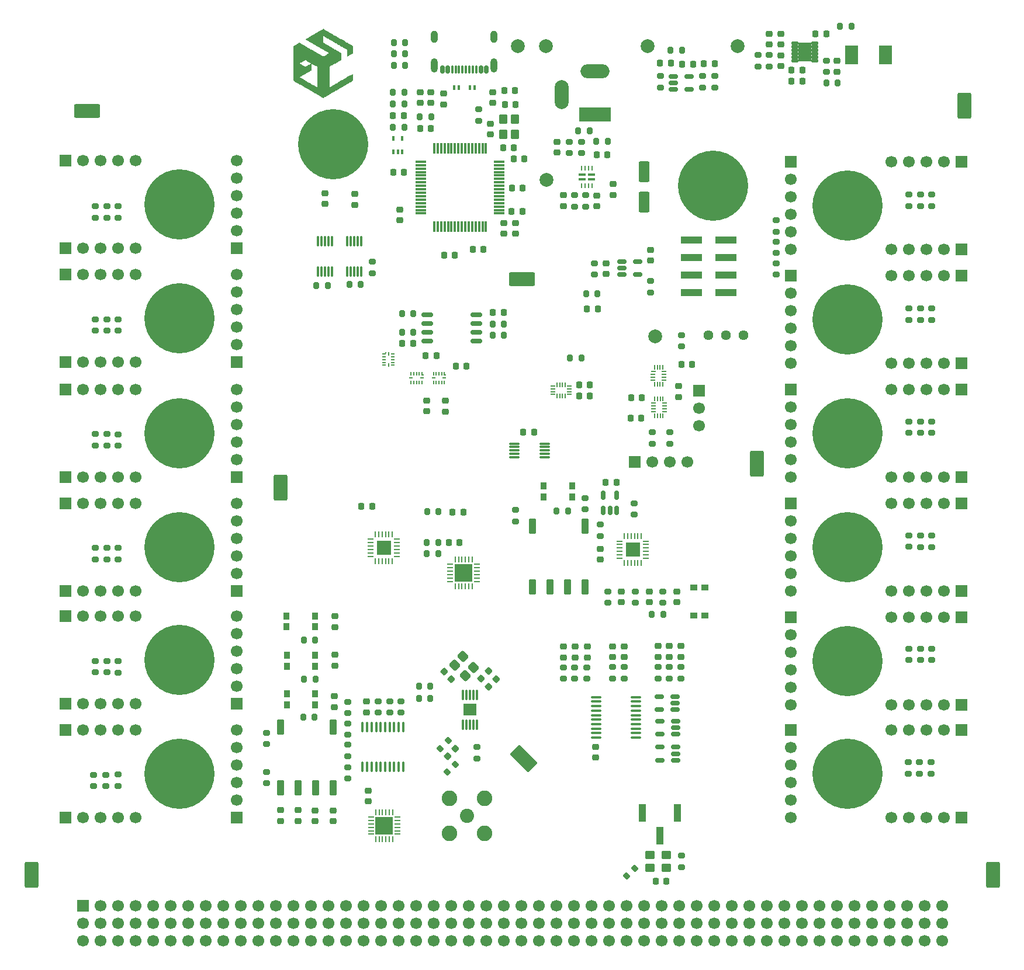
<source format=gbr>
%TF.GenerationSoftware,KiCad,Pcbnew,9.0.2*%
%TF.CreationDate,2025-10-14T11:48:54+02:00*%
%TF.ProjectId,main-board,6d61696e-2d62-46f6-9172-642e6b696361,rev?*%
%TF.SameCoordinates,Original*%
%TF.FileFunction,Soldermask,Top*%
%TF.FilePolarity,Negative*%
%FSLAX46Y46*%
G04 Gerber Fmt 4.6, Leading zero omitted, Abs format (unit mm)*
G04 Created by KiCad (PCBNEW 9.0.2) date 2025-10-14 11:48:54*
%MOMM*%
%LPD*%
G01*
G04 APERTURE LIST*
G04 Aperture macros list*
%AMRoundRect*
0 Rectangle with rounded corners*
0 $1 Rounding radius*
0 $2 $3 $4 $5 $6 $7 $8 $9 X,Y pos of 4 corners*
0 Add a 4 corners polygon primitive as box body*
4,1,4,$2,$3,$4,$5,$6,$7,$8,$9,$2,$3,0*
0 Add four circle primitives for the rounded corners*
1,1,$1+$1,$2,$3*
1,1,$1+$1,$4,$5*
1,1,$1+$1,$6,$7*
1,1,$1+$1,$8,$9*
0 Add four rect primitives between the rounded corners*
20,1,$1+$1,$2,$3,$4,$5,0*
20,1,$1+$1,$4,$5,$6,$7,0*
20,1,$1+$1,$6,$7,$8,$9,0*
20,1,$1+$1,$8,$9,$2,$3,0*%
G04 Aperture macros list end*
%ADD10C,0.000000*%
%ADD11RoundRect,0.218750X0.256250X-0.218750X0.256250X0.218750X-0.256250X0.218750X-0.256250X-0.218750X0*%
%ADD12RoundRect,0.200000X-0.275000X0.200000X-0.275000X-0.200000X0.275000X-0.200000X0.275000X0.200000X0*%
%ADD13RoundRect,0.200000X0.275000X-0.200000X0.275000X0.200000X-0.275000X0.200000X-0.275000X-0.200000X0*%
%ADD14R,1.700000X1.700000*%
%ADD15C,1.700000*%
%ADD16C,10.160000*%
%ADD17RoundRect,0.225000X0.225000X0.250000X-0.225000X0.250000X-0.225000X-0.250000X0.225000X-0.250000X0*%
%ADD18RoundRect,0.218750X-0.256250X0.218750X-0.256250X-0.218750X0.256250X-0.218750X0.256250X0.218750X0*%
%ADD19R,3.150000X1.000000*%
%ADD20RoundRect,0.200000X-0.200000X-0.275000X0.200000X-0.275000X0.200000X0.275000X-0.200000X0.275000X0*%
%ADD21RoundRect,0.250000X-0.750000X1.650000X-0.750000X-1.650000X0.750000X-1.650000X0.750000X1.650000X0*%
%ADD22RoundRect,0.225000X-0.225000X-0.250000X0.225000X-0.250000X0.225000X0.250000X-0.225000X0.250000X0*%
%ADD23RoundRect,0.225000X0.250000X-0.225000X0.250000X0.225000X-0.250000X0.225000X-0.250000X-0.225000X0*%
%ADD24R,0.200000X0.600000*%
%ADD25R,0.250000X0.150000*%
%ADD26R,0.600000X0.200000*%
%ADD27RoundRect,0.100000X0.637500X0.100000X-0.637500X0.100000X-0.637500X-0.100000X0.637500X-0.100000X0*%
%ADD28R,1.000000X2.510000*%
%ADD29RoundRect,0.050000X-0.050000X0.300000X-0.050000X-0.300000X0.050000X-0.300000X0.050000X0.300000X0*%
%ADD30RoundRect,0.050000X-0.050000X0.250000X-0.050000X-0.250000X0.050000X-0.250000X0.050000X0.250000X0*%
%ADD31RoundRect,0.050000X-0.250000X-0.050000X0.250000X-0.050000X0.250000X0.050000X-0.250000X0.050000X0*%
%ADD32RoundRect,0.050000X0.050000X-0.250000X0.050000X0.250000X-0.050000X0.250000X-0.050000X-0.250000X0*%
%ADD33RoundRect,0.050000X0.250000X0.050000X-0.250000X0.050000X-0.250000X-0.050000X0.250000X-0.050000X0*%
%ADD34RoundRect,0.150000X0.512500X0.150000X-0.512500X0.150000X-0.512500X-0.150000X0.512500X-0.150000X0*%
%ADD35RoundRect,0.200000X0.200000X0.275000X-0.200000X0.275000X-0.200000X-0.275000X0.200000X-0.275000X0*%
%ADD36RoundRect,0.050000X-0.300000X-0.050000X0.300000X-0.050000X0.300000X0.050000X-0.300000X0.050000X0*%
%ADD37RoundRect,0.100000X0.425000X0.100000X-0.425000X0.100000X-0.425000X-0.100000X0.425000X-0.100000X0*%
%ADD38RoundRect,0.050000X0.050000X0.250000X-0.050000X0.250000X-0.050000X-0.250000X0.050000X-0.250000X0*%
%ADD39RoundRect,0.225000X0.017678X-0.335876X0.335876X-0.017678X-0.017678X0.335876X-0.335876X0.017678X0*%
%ADD40RoundRect,0.218750X-0.218750X-0.256250X0.218750X-0.256250X0.218750X0.256250X-0.218750X0.256250X0*%
%ADD41RoundRect,0.050000X-0.150000X-0.300000X0.150000X-0.300000X0.150000X0.300000X-0.150000X0.300000X0*%
%ADD42RoundRect,0.225000X-0.250000X0.225000X-0.250000X-0.225000X0.250000X-0.225000X0.250000X0.225000X0*%
%ADD43R,1.000000X0.900000*%
%ADD44R,0.900000X1.000000*%
%ADD45RoundRect,0.150000X-0.512500X-0.150000X0.512500X-0.150000X0.512500X0.150000X-0.512500X0.150000X0*%
%ADD46RoundRect,0.059250X-0.462750X-0.177750X0.462750X-0.177750X0.462750X0.177750X-0.462750X0.177750X0*%
%ADD47RoundRect,0.102000X-0.850000X-1.250000X0.850000X-1.250000X0.850000X1.250000X-0.850000X1.250000X0*%
%ADD48RoundRect,0.150000X0.150000X-0.512500X0.150000X0.512500X-0.150000X0.512500X-0.150000X-0.512500X0*%
%ADD49RoundRect,0.218750X0.218750X0.256250X-0.218750X0.256250X-0.218750X-0.256250X0.218750X-0.256250X0*%
%ADD50RoundRect,0.250000X0.450000X0.350000X-0.450000X0.350000X-0.450000X-0.350000X0.450000X-0.350000X0*%
%ADD51C,2.000000*%
%ADD52R,0.150000X0.250000*%
%ADD53RoundRect,0.250000X-1.650000X-0.750000X1.650000X-0.750000X1.650000X0.750000X-1.650000X0.750000X0*%
%ADD54RoundRect,0.250000X0.750000X-1.650000X0.750000X1.650000X-0.750000X1.650000X-0.750000X-1.650000X0*%
%ADD55R,4.600000X2.000000*%
%ADD56O,4.200000X2.000000*%
%ADD57O,2.000000X4.200000*%
%ADD58C,2.050000*%
%ADD59C,2.250000*%
%ADD60RoundRect,0.100000X0.100000X-0.225000X0.100000X0.225000X-0.100000X0.225000X-0.100000X-0.225000X0*%
%ADD61RoundRect,0.162500X-0.650000X-0.162500X0.650000X-0.162500X0.650000X0.162500X-0.650000X0.162500X0*%
%ADD62RoundRect,0.075000X-0.075000X0.700000X-0.075000X-0.700000X0.075000X-0.700000X0.075000X0.700000X0*%
%ADD63RoundRect,0.075000X-0.700000X0.075000X-0.700000X-0.075000X0.700000X-0.075000X0.700000X0.075000X0*%
%ADD64RoundRect,0.075000X0.075000X-0.650000X0.075000X0.650000X-0.075000X0.650000X-0.075000X-0.650000X0*%
%ADD65RoundRect,0.200000X0.053033X-0.335876X0.335876X-0.053033X-0.053033X0.335876X-0.335876X0.053033X0*%
%ADD66RoundRect,0.225000X-0.017678X0.335876X-0.335876X0.017678X0.017678X-0.335876X0.335876X-0.017678X0*%
%ADD67RoundRect,0.100000X0.100000X-0.637500X0.100000X0.637500X-0.100000X0.637500X-0.100000X-0.637500X0*%
%ADD68RoundRect,0.275000X-0.275000X-0.825000X0.275000X-0.825000X0.275000X0.825000X-0.275000X0.825000X0*%
%ADD69RoundRect,0.200000X-0.053033X0.335876X-0.335876X0.053033X0.053033X-0.335876X0.335876X-0.053033X0*%
%ADD70RoundRect,0.075000X-0.075000X0.650000X-0.075000X-0.650000X0.075000X-0.650000X0.075000X0.650000X0*%
%ADD71R,1.880000X1.680000*%
%ADD72RoundRect,0.062500X-0.375000X-0.062500X0.375000X-0.062500X0.375000X0.062500X-0.375000X0.062500X0*%
%ADD73RoundRect,0.062500X-0.062500X-0.375000X0.062500X-0.375000X0.062500X0.375000X-0.062500X0.375000X0*%
%ADD74R,2.600000X2.600000*%
%ADD75RoundRect,0.250000X-0.350000X0.450000X-0.350000X-0.450000X0.350000X-0.450000X0.350000X0.450000X0*%
%ADD76R,2.100000X2.100000*%
%ADD77RoundRect,0.250000X-0.565685X0.070711X0.070711X-0.565685X0.565685X-0.070711X-0.070711X0.565685X0*%
%ADD78RoundRect,0.062500X0.062500X-0.375000X0.062500X0.375000X-0.062500X0.375000X-0.062500X-0.375000X0*%
%ADD79RoundRect,0.062500X0.375000X-0.062500X0.375000X0.062500X-0.375000X0.062500X-0.375000X-0.062500X0*%
%ADD80RoundRect,0.250000X-1.697056X0.636396X0.636396X-1.697056X1.697056X-0.636396X-0.636396X1.697056X0*%
%ADD81RoundRect,0.250000X-0.550000X1.250000X-0.550000X-1.250000X0.550000X-1.250000X0.550000X1.250000X0*%
%ADD82C,1.440000*%
%ADD83RoundRect,0.075000X-0.650000X-0.075000X0.650000X-0.075000X0.650000X0.075000X-0.650000X0.075000X0*%
%ADD84RoundRect,0.225000X0.335876X0.017678X0.017678X0.335876X-0.335876X-0.017678X-0.017678X-0.335876X0*%
%ADD85RoundRect,0.150000X0.150000X0.425000X-0.150000X0.425000X-0.150000X-0.425000X0.150000X-0.425000X0*%
%ADD86RoundRect,0.075000X0.075000X0.500000X-0.075000X0.500000X-0.075000X-0.500000X0.075000X-0.500000X0*%
%ADD87O,1.000000X2.100000*%
%ADD88O,1.000000X1.800000*%
%ADD89R,1.903000X2.790000*%
%ADD90RoundRect,0.050000X0.150000X0.300000X-0.150000X0.300000X-0.150000X-0.300000X0.150000X-0.300000X0*%
G04 APERTURE END LIST*
D10*
%TO.C,REF\u002A\u002A*%
G36*
X148413302Y-25613696D02*
G01*
X148509691Y-25669436D01*
X148618874Y-25732602D01*
X148727743Y-25795610D01*
X148823190Y-25850874D01*
X148827161Y-25853174D01*
X148915224Y-25904158D01*
X149009182Y-25958516D01*
X149098455Y-26010130D01*
X149172467Y-26052883D01*
X149179939Y-26057196D01*
X149262511Y-26104863D01*
X149355510Y-26158568D01*
X149443313Y-26209289D01*
X149473920Y-26226975D01*
X149615096Y-26308485D01*
X149731916Y-26375749D01*
X149827107Y-26430327D01*
X149903398Y-26473778D01*
X149963517Y-26507661D01*
X150009650Y-26533240D01*
X150047496Y-26554450D01*
X150107383Y-26588578D01*
X150184275Y-26632728D01*
X150273134Y-26684003D01*
X150368925Y-26739506D01*
X150425144Y-26772186D01*
X150597481Y-26872373D01*
X150775668Y-26975751D01*
X150953249Y-27078587D01*
X151123769Y-27177145D01*
X151280771Y-27267691D01*
X151417800Y-27346489D01*
X151429877Y-27353420D01*
X151506883Y-27397736D01*
X151596821Y-27449704D01*
X151685555Y-27501148D01*
X151727778Y-27525706D01*
X151794930Y-27564664D01*
X151880975Y-27614344D01*
X151977565Y-27669940D01*
X152076349Y-27726644D01*
X152143272Y-27764959D01*
X152229672Y-27814552D01*
X152311338Y-27861778D01*
X152382514Y-27903283D01*
X152437449Y-27935714D01*
X152468584Y-27954582D01*
X152535191Y-27996286D01*
X152535219Y-28499017D01*
X152535247Y-29001748D01*
X152437254Y-29056720D01*
X152394807Y-29080769D01*
X152330689Y-29117405D01*
X152250361Y-29163491D01*
X152159284Y-29215892D01*
X152062921Y-29271472D01*
X152021460Y-29295429D01*
X151930231Y-29347987D01*
X151847234Y-29395449D01*
X151776590Y-29435486D01*
X151722422Y-29465770D01*
X151688852Y-29483972D01*
X151680441Y-29488077D01*
X151673918Y-29487325D01*
X151668719Y-29477503D01*
X151664700Y-29455592D01*
X151661716Y-29418569D01*
X151659623Y-29363415D01*
X151658276Y-29287108D01*
X151657531Y-29186629D01*
X151657243Y-29058955D01*
X151657223Y-29002946D01*
X151657223Y-28508905D01*
X151512192Y-28422726D01*
X151444609Y-28382810D01*
X151379912Y-28345022D01*
X151327246Y-28314680D01*
X151304445Y-28301832D01*
X151274859Y-28285120D01*
X151222223Y-28255035D01*
X151150617Y-28213925D01*
X151064125Y-28164138D01*
X150966829Y-28108021D01*
X150862810Y-28047921D01*
X150841914Y-28035836D01*
X150730795Y-27971566D01*
X150619966Y-27907481D01*
X150514770Y-27846671D01*
X150420551Y-27792223D01*
X150342651Y-27747224D01*
X150286413Y-27714764D01*
X150285309Y-27714128D01*
X150201447Y-27665668D01*
X150107417Y-27611187D01*
X150018129Y-27559329D01*
X149979568Y-27536877D01*
X149897915Y-27489422D01*
X149806561Y-27436548D01*
X149720667Y-27387023D01*
X149689507Y-27369125D01*
X149612513Y-27324820D01*
X149522588Y-27272849D01*
X149433863Y-27221387D01*
X149391605Y-27196791D01*
X149349094Y-27172020D01*
X149307635Y-27147895D01*
X149264313Y-27122729D01*
X149216212Y-27094838D01*
X149160417Y-27062534D01*
X149094013Y-27024130D01*
X149014084Y-26977942D01*
X148917715Y-26922281D01*
X148801991Y-26855463D01*
X148663995Y-26775800D01*
X148556440Y-26713715D01*
X148466321Y-26661876D01*
X148385481Y-26615716D01*
X148317792Y-26577418D01*
X148267124Y-26549165D01*
X148237349Y-26533138D01*
X148231100Y-26530298D01*
X148229229Y-26545346D01*
X148227535Y-26587967D01*
X148226078Y-26654374D01*
X148224916Y-26740783D01*
X148224107Y-26843409D01*
X148223710Y-26958465D01*
X148223680Y-27012428D01*
X148223841Y-27494558D01*
X148376551Y-27582028D01*
X148425629Y-27610168D01*
X148480882Y-27641911D01*
X148545060Y-27678840D01*
X148620911Y-27722540D01*
X148711183Y-27774597D01*
X148818624Y-27836595D01*
X148945985Y-27910119D01*
X149096012Y-27996754D01*
X149203457Y-28058809D01*
X149292971Y-28110539D01*
X149403128Y-28174245D01*
X149527444Y-28246172D01*
X149659434Y-28322568D01*
X149792614Y-28399678D01*
X149920498Y-28473749D01*
X150036604Y-28541028D01*
X150105001Y-28580681D01*
X150171208Y-28619030D01*
X150232107Y-28654223D01*
X150279661Y-28681619D01*
X150300988Y-28693834D01*
X150333234Y-28712185D01*
X150385289Y-28741806D01*
X150449705Y-28778458D01*
X150512655Y-28814274D01*
X150584610Y-28855576D01*
X150653548Y-28895786D01*
X150710928Y-28929884D01*
X150744137Y-28950255D01*
X150810990Y-28992570D01*
X150806853Y-29495836D01*
X150802717Y-29999101D01*
X150598889Y-30116653D01*
X150506427Y-30169848D01*
X150403857Y-30228648D01*
X150303446Y-30286033D01*
X150217458Y-30334982D01*
X150214754Y-30336516D01*
X150126294Y-30386763D01*
X150027693Y-30442853D01*
X149932454Y-30497100D01*
X149869815Y-30532834D01*
X149801698Y-30571635D01*
X149740158Y-30606518D01*
X149692231Y-30633505D01*
X149665988Y-30648061D01*
X149640461Y-30662347D01*
X149592725Y-30689485D01*
X149527727Y-30726648D01*
X149450414Y-30771006D01*
X149365731Y-30819733D01*
X149360247Y-30822893D01*
X149093704Y-30976502D01*
X149089705Y-32469326D01*
X149089206Y-32682743D01*
X149088871Y-32887040D01*
X149088694Y-33080067D01*
X149088671Y-33259671D01*
X149088798Y-33423702D01*
X149089071Y-33570009D01*
X149089484Y-33696439D01*
X149090034Y-33800843D01*
X149090716Y-33881068D01*
X149091525Y-33934964D01*
X149092458Y-33960379D01*
X149092800Y-33962150D01*
X149108194Y-33954589D01*
X149147434Y-33933147D01*
X149207244Y-33899686D01*
X149284352Y-33856071D01*
X149375482Y-33804162D01*
X149477361Y-33745824D01*
X149586713Y-33682918D01*
X149700266Y-33617308D01*
X149767902Y-33578086D01*
X149829518Y-33542367D01*
X149911532Y-33494915D01*
X150007166Y-33439648D01*
X150109642Y-33380480D01*
X150212183Y-33321329D01*
X150238272Y-33306289D01*
X150341894Y-33246550D01*
X150464504Y-33175845D01*
X150597933Y-33098884D01*
X150734013Y-33020381D01*
X150864576Y-32945047D01*
X150943828Y-32899310D01*
X151189187Y-32757718D01*
X151408721Y-32631079D01*
X151603749Y-32518639D01*
X151775586Y-32419643D01*
X151925551Y-32333339D01*
X152054960Y-32258972D01*
X152165130Y-32195789D01*
X152257379Y-32143037D01*
X152333023Y-32099962D01*
X152393381Y-32065809D01*
X152439768Y-32039827D01*
X152473502Y-32021260D01*
X152495901Y-32009356D01*
X152508281Y-32003360D01*
X152511630Y-32002274D01*
X152513559Y-32017332D01*
X152515307Y-32060022D01*
X152516816Y-32126620D01*
X152518027Y-32213399D01*
X152518883Y-32316636D01*
X152519326Y-32432603D01*
X152519373Y-32500082D01*
X152519178Y-32997891D01*
X152241071Y-33161034D01*
X152144738Y-33217466D01*
X152046198Y-33275053D01*
X151952859Y-33329476D01*
X151872128Y-33376415D01*
X151814013Y-33410053D01*
X151741771Y-33451801D01*
X151669073Y-33493979D01*
X151606589Y-33530387D01*
X151578828Y-33546656D01*
X151521847Y-33580009D01*
X151445903Y-33624172D01*
X151349063Y-33680265D01*
X151229395Y-33749406D01*
X151084967Y-33832715D01*
X151041822Y-33857583D01*
X150962784Y-33903222D01*
X150871147Y-33956275D01*
X150781397Y-34008349D01*
X150740001Y-34032418D01*
X150679856Y-34067337D01*
X150600742Y-34113142D01*
X150508564Y-34166427D01*
X150409226Y-34223786D01*
X150308635Y-34281812D01*
X150212695Y-34337098D01*
X150127311Y-34386237D01*
X150058389Y-34425823D01*
X150018766Y-34448499D01*
X149989753Y-34465210D01*
X149939241Y-34494468D01*
X149872820Y-34533028D01*
X149796081Y-34577646D01*
X149736544Y-34612303D01*
X149654275Y-34660175D01*
X149576767Y-34705202D01*
X149510062Y-34743880D01*
X149460200Y-34772705D01*
X149438643Y-34785092D01*
X149328360Y-34848223D01*
X149223892Y-34908300D01*
X149130598Y-34962226D01*
X149053841Y-35006901D01*
X148998982Y-35039227D01*
X148998807Y-35039331D01*
X148939400Y-35074391D01*
X148877313Y-35110480D01*
X148849856Y-35126212D01*
X148759562Y-35177722D01*
X148664675Y-35232173D01*
X148572281Y-35285470D01*
X148489465Y-35333521D01*
X148423313Y-35372233D01*
X148398798Y-35386749D01*
X148341956Y-35419751D01*
X148285430Y-35451188D01*
X148255928Y-35466799D01*
X148196482Y-35497126D01*
X147774908Y-35253434D01*
X147670095Y-35192731D01*
X147573780Y-35136729D01*
X147489393Y-35087439D01*
X147420363Y-35046873D01*
X147370119Y-35017041D01*
X147342089Y-34999956D01*
X147337655Y-34996976D01*
X147320968Y-34986595D01*
X147280071Y-34962436D01*
X147217992Y-34926253D01*
X147137762Y-34879799D01*
X147042412Y-34824828D01*
X146934972Y-34763093D01*
X146818472Y-34696348D01*
X146788889Y-34679429D01*
X146650385Y-34600193D01*
X146502678Y-34515606D01*
X146352188Y-34429350D01*
X146205336Y-34345108D01*
X146068540Y-34266561D01*
X145948221Y-34197392D01*
X145879507Y-34157832D01*
X145771811Y-34095782D01*
X145664743Y-34034097D01*
X145563776Y-33975931D01*
X145474388Y-33924439D01*
X145402055Y-33882776D01*
X145358180Y-33857509D01*
X145275901Y-33810080D01*
X145182688Y-33756265D01*
X145094729Y-33705413D01*
X145068118Y-33690007D01*
X144931280Y-33610781D01*
X144814564Y-33543269D01*
X144710972Y-33483440D01*
X144613508Y-33427262D01*
X144515175Y-33370705D01*
X144408976Y-33309737D01*
X144287914Y-33240326D01*
X144234218Y-33209558D01*
X143864785Y-32997891D01*
X143864782Y-32490614D01*
X144774136Y-32490614D01*
X144786698Y-32502981D01*
X144819807Y-32525876D01*
X144866602Y-32554593D01*
X144872130Y-32557812D01*
X145188004Y-32740817D01*
X145477694Y-32908643D01*
X145742149Y-33061838D01*
X145982313Y-33200949D01*
X146199133Y-33326524D01*
X146393556Y-33439111D01*
X146566528Y-33539257D01*
X146718996Y-33627510D01*
X146851906Y-33704417D01*
X146966205Y-33770526D01*
X147062838Y-33826385D01*
X147142753Y-33872541D01*
X147206896Y-33909542D01*
X147256213Y-33937935D01*
X147291650Y-33958268D01*
X147314155Y-33971089D01*
X147324673Y-33976945D01*
X147325735Y-33977460D01*
X147326274Y-33962193D01*
X147326793Y-33917718D01*
X147327286Y-33846184D01*
X147327749Y-33749741D01*
X147328174Y-33630538D01*
X147328558Y-33490727D01*
X147328893Y-33332455D01*
X147329175Y-33157873D01*
X147329397Y-32969130D01*
X147329555Y-32768377D01*
X147329641Y-32557762D01*
X147329654Y-32483806D01*
X147329814Y-30989783D01*
X146910401Y-30751563D01*
X146490988Y-30513343D01*
X146483149Y-31005660D01*
X146480984Y-31126674D01*
X146478550Y-31237294D01*
X146475967Y-31333711D01*
X146473353Y-31412114D01*
X146470829Y-31468693D01*
X146468514Y-31499638D01*
X146467470Y-31504310D01*
X146448385Y-31516312D01*
X146404353Y-31542020D01*
X146337882Y-31579989D01*
X146263643Y-31621928D01*
X146224669Y-31644277D01*
X146168867Y-31676788D01*
X146106342Y-31713563D01*
X146085958Y-31725628D01*
X146031549Y-31757616D01*
X145988434Y-31782448D01*
X145962871Y-31796543D01*
X145958637Y-31798446D01*
X145944218Y-31805915D01*
X145907927Y-31826362D01*
X145854909Y-31856846D01*
X145790311Y-31894428D01*
X145775705Y-31902976D01*
X145565500Y-32025949D01*
X145381719Y-32133084D01*
X145223886Y-32224655D01*
X145091524Y-32300939D01*
X144984156Y-32362213D01*
X144934846Y-32390029D01*
X144872027Y-32426107D01*
X144820711Y-32457165D01*
X144786288Y-32479831D01*
X144774136Y-32490614D01*
X143864782Y-32490614D01*
X143864769Y-30495118D01*
X143864769Y-30492191D01*
X144764013Y-30492191D01*
X144778263Y-30501075D01*
X144815506Y-30523324D01*
X144871741Y-30556598D01*
X144942966Y-30598556D01*
X145025181Y-30646856D01*
X145114384Y-30699158D01*
X145206575Y-30753121D01*
X145297752Y-30806404D01*
X145383913Y-30856664D01*
X145461059Y-30901563D01*
X145525187Y-30938757D01*
X145572297Y-30965907D01*
X145598387Y-30980670D01*
X145602301Y-30982676D01*
X145617065Y-30975367D01*
X145652049Y-30955489D01*
X145700702Y-30926797D01*
X145719894Y-30915279D01*
X145767488Y-30887036D01*
X145836429Y-30846723D01*
X145920805Y-30797771D01*
X146014699Y-30743605D01*
X146112199Y-30687654D01*
X146142703Y-30670214D01*
X146231095Y-30619446D01*
X146309294Y-30574000D01*
X146373542Y-30536103D01*
X146420083Y-30507982D01*
X146445160Y-30491866D01*
X146448444Y-30488926D01*
X146434239Y-30480405D01*
X146396168Y-30458230D01*
X146337574Y-30424330D01*
X146261801Y-30380635D01*
X146172192Y-30329075D01*
X146072093Y-30271581D01*
X146028506Y-30246574D01*
X145613061Y-30008304D01*
X145534617Y-30048536D01*
X145491993Y-30070768D01*
X145448284Y-30094510D01*
X145397966Y-30122913D01*
X145335520Y-30159126D01*
X145255422Y-30206298D01*
X145189630Y-30245307D01*
X145118839Y-30286735D01*
X145034236Y-30335335D01*
X144949534Y-30383259D01*
X144912199Y-30404089D01*
X144851708Y-30438132D01*
X144803345Y-30466302D01*
X144772472Y-30485412D01*
X144764013Y-30492191D01*
X143864769Y-30492191D01*
X143864754Y-27992345D01*
X144025464Y-27898151D01*
X144091895Y-27859415D01*
X144177733Y-27809660D01*
X144275147Y-27753408D01*
X144376308Y-27695181D01*
X144464070Y-27644835D01*
X144741967Y-27485713D01*
X144848206Y-27546700D01*
X144888638Y-27569901D01*
X144951886Y-27606185D01*
X145033565Y-27653036D01*
X145129287Y-27707937D01*
X145234666Y-27768374D01*
X145345317Y-27831829D01*
X145385618Y-27854940D01*
X145503458Y-27922546D01*
X145623287Y-27991350D01*
X145739475Y-28058117D01*
X145846397Y-28119610D01*
X145938423Y-28172594D01*
X146009926Y-28213834D01*
X146020618Y-28220012D01*
X146188529Y-28317042D01*
X146330475Y-28399004D01*
X146447616Y-28466566D01*
X146541113Y-28520397D01*
X146612124Y-28561164D01*
X146661809Y-28589536D01*
X146686976Y-28603753D01*
X146723580Y-28624584D01*
X146778740Y-28656399D01*
X146843973Y-28694294D01*
X146890803Y-28721642D01*
X146972419Y-28769308D01*
X147063732Y-28822464D01*
X147149605Y-28872304D01*
X147180865Y-28890393D01*
X147259880Y-28936131D01*
X147350803Y-28988869D01*
X147438458Y-29039801D01*
X147470926Y-29058698D01*
X147601408Y-29134554D01*
X147711909Y-29198466D01*
X147809437Y-29254460D01*
X147900999Y-29306561D01*
X147980494Y-29351425D01*
X148044635Y-29387777D01*
X148102586Y-29421111D01*
X148146220Y-29446728D01*
X148162304Y-29456538D01*
X148180860Y-29466969D01*
X148198746Y-29470606D01*
X148221799Y-29465505D01*
X148255855Y-29449720D01*
X148306752Y-29421307D01*
X148358292Y-29391241D01*
X148496815Y-29310191D01*
X148640977Y-29226181D01*
X148799279Y-29134261D01*
X148893797Y-29079498D01*
X148949543Y-29045915D01*
X148993228Y-29017112D01*
X149018883Y-28997161D01*
X149023149Y-28991310D01*
X149010284Y-28979005D01*
X148975106Y-28954820D01*
X148922735Y-28922064D01*
X148858293Y-28884042D01*
X148846760Y-28877437D01*
X148759935Y-28827851D01*
X148663792Y-28772822D01*
X148571658Y-28719983D01*
X148513581Y-28686599D01*
X148442696Y-28645839D01*
X148374143Y-28606498D01*
X148316961Y-28573760D01*
X148287059Y-28556705D01*
X148231339Y-28524661D01*
X148168057Y-28487743D01*
X148138108Y-28470073D01*
X148082899Y-28437537D01*
X148028877Y-28406040D01*
X148004013Y-28391717D01*
X147874435Y-28317543D01*
X147768228Y-28256488D01*
X147687235Y-28209612D01*
X147677907Y-28204179D01*
X147618393Y-28169763D01*
X147555352Y-28133713D01*
X147533643Y-28121418D01*
X147476560Y-28089011D01*
X147417937Y-28055413D01*
X147400371Y-28045262D01*
X147323280Y-28000541D01*
X147245216Y-27955217D01*
X147173676Y-27913648D01*
X147116159Y-27880189D01*
X147086791Y-27863071D01*
X147054131Y-27844110D01*
X147002013Y-27813975D01*
X146938160Y-27777127D01*
X146882964Y-27745322D01*
X146808387Y-27702324D01*
X146732587Y-27658530D01*
X146666189Y-27620082D01*
X146632099Y-27600283D01*
X146572582Y-27565868D01*
X146513506Y-27532072D01*
X146475309Y-27510504D01*
X146420413Y-27479471D01*
X146347106Y-27437518D01*
X146264007Y-27389629D01*
X146179732Y-27340786D01*
X146102899Y-27295970D01*
X146042125Y-27260163D01*
X146035473Y-27256204D01*
X145976098Y-27221282D01*
X145914035Y-27185509D01*
X145886523Y-27169953D01*
X145788127Y-27114710D01*
X145714458Y-27072406D01*
X145662809Y-27040796D01*
X145630471Y-27017636D01*
X145614736Y-27000679D01*
X145612896Y-26987681D01*
X145622242Y-26976394D01*
X145639353Y-26965008D01*
X145676438Y-26942938D01*
X145732499Y-26910175D01*
X145803398Y-26869084D01*
X145884997Y-26822031D01*
X145973161Y-26771381D01*
X146063751Y-26719499D01*
X146152631Y-26668751D01*
X146235664Y-26621501D01*
X146308712Y-26580116D01*
X146367638Y-26546960D01*
X146408306Y-26524398D01*
X146426578Y-26514796D01*
X146427133Y-26514619D01*
X146443274Y-26507114D01*
X146479500Y-26487103D01*
X146529086Y-26458344D01*
X146549228Y-26446385D01*
X146587622Y-26423749D01*
X146649638Y-26387553D01*
X146731709Y-26339865D01*
X146830271Y-26282749D01*
X146941757Y-26218271D01*
X147062601Y-26148496D01*
X147189236Y-26075491D01*
X147243581Y-26044196D01*
X147372131Y-25970158D01*
X147496863Y-25898250D01*
X147614129Y-25830581D01*
X147720281Y-25769258D01*
X147811673Y-25716387D01*
X147884656Y-25674078D01*
X147935585Y-25644437D01*
X147949136Y-25636498D01*
X148013822Y-25598759D01*
X148076621Y-25562612D01*
X148126791Y-25534225D01*
X148138919Y-25527517D01*
X148203270Y-25492279D01*
X148413302Y-25613696D01*
G37*
%TD*%
D11*
%TO.C,D20*%
X149800000Y-123800000D03*
X149800000Y-122225000D03*
%TD*%
D12*
%TO.C,R14*%
X186110257Y-93485000D03*
X186110257Y-95135000D03*
%TD*%
D13*
%TO.C,R67*%
X213800000Y-58000000D03*
X213800000Y-56350000D03*
%TD*%
D14*
%TO.C,CG10*%
X240645000Y-94270000D03*
D15*
X238105000Y-94270000D03*
X235565000Y-94270000D03*
X233025000Y-94270000D03*
X230485000Y-94270000D03*
D14*
X240645000Y-106970000D03*
D15*
X238105000Y-106970000D03*
X235565000Y-106970000D03*
X233025000Y-106970000D03*
X230485000Y-106970000D03*
D14*
X215880000Y-94270000D03*
D15*
X215880000Y-96810000D03*
X215880000Y-99350000D03*
X215880000Y-101890000D03*
X215880000Y-104430000D03*
X215880000Y-106970000D03*
D16*
X224135000Y-100620000D03*
%TD*%
D17*
%TO.C,C35*%
X190650000Y-91200000D03*
X189100000Y-91200000D03*
%TD*%
D18*
%TO.C,D4*%
X190100000Y-115013750D03*
X190100000Y-116588750D03*
%TD*%
D19*
%TO.C,J9*%
X206550000Y-63700000D03*
X201500000Y-63700000D03*
X206550000Y-61160000D03*
X201500000Y-61160000D03*
X206550000Y-58620000D03*
X201500000Y-58620000D03*
X206550000Y-56080000D03*
X201500000Y-56080000D03*
%TD*%
D20*
%TO.C,R66*%
X186250000Y-63900000D03*
X187900000Y-63900000D03*
%TD*%
D21*
%TO.C,TP9*%
X105900000Y-148100000D03*
%TD*%
D22*
%TO.C,C53*%
X159650000Y-71100000D03*
X161200000Y-71100000D03*
%TD*%
D23*
%TO.C,C29*%
X222650000Y-31700000D03*
X222650000Y-30150000D03*
%TD*%
D24*
%TO.C,U26*%
X162500000Y-75450000D03*
D25*
X162675000Y-75675000D03*
D24*
X162100000Y-75450000D03*
X161700000Y-75450000D03*
X161300000Y-75450000D03*
X160900000Y-75450000D03*
D26*
X160900000Y-76100000D03*
D24*
X160900000Y-76750000D03*
X161300000Y-76750000D03*
X161700000Y-76750000D03*
X162100000Y-76750000D03*
X162500000Y-76750000D03*
D26*
X162500000Y-76100000D03*
%TD*%
D27*
%TO.C,U17*%
X193487501Y-128230000D03*
X193487501Y-127580000D03*
X193487501Y-126930000D03*
X193487501Y-126280000D03*
X193487501Y-125630000D03*
X193487501Y-124980000D03*
X193487501Y-124330000D03*
X193487501Y-123680000D03*
X193487501Y-123030000D03*
X193487501Y-122380000D03*
X187762501Y-122380000D03*
X187762501Y-123030000D03*
X187762501Y-123680000D03*
X187762501Y-124330000D03*
X187762501Y-124980000D03*
X187762501Y-125630000D03*
X187762501Y-126280000D03*
X187762501Y-126930000D03*
X187762501Y-127580000D03*
X187762501Y-128230000D03*
%TD*%
D28*
%TO.C,J6*%
X194385000Y-139140000D03*
X196925000Y-142450000D03*
X199465000Y-139140000D03*
%TD*%
D14*
%TO.C,CG4*%
X110855000Y-90460000D03*
D15*
X113395000Y-90460000D03*
X115935000Y-90460000D03*
X118475000Y-90460000D03*
X121015000Y-90460000D03*
D14*
X110855000Y-77760000D03*
D15*
X113395000Y-77760000D03*
X115935000Y-77760000D03*
X118475000Y-77760000D03*
X121015000Y-77760000D03*
D14*
X135620000Y-90460000D03*
D15*
X135620000Y-87920000D03*
X135620000Y-85380000D03*
X135620000Y-82840000D03*
X135620000Y-80300000D03*
X135620000Y-77760000D03*
D16*
X127365000Y-84110000D03*
%TD*%
D29*
%TO.C,IC10*%
X183250257Y-77135397D03*
D30*
X182850257Y-77085397D03*
X182450257Y-77085397D03*
X182050257Y-77085398D03*
D31*
X181450257Y-77285397D03*
X181450257Y-77685398D03*
X181450257Y-78085396D03*
X181450257Y-78485397D03*
D32*
X182050257Y-78685396D03*
X182450257Y-78685397D03*
X182850257Y-78685397D03*
X183250257Y-78685396D03*
D33*
X183850257Y-78485397D03*
X183850257Y-78085396D03*
X183850257Y-77685398D03*
X183850257Y-77285397D03*
%TD*%
D34*
%TO.C,U20*%
X199252501Y-127745000D03*
X199252501Y-126795000D03*
X199252501Y-125845000D03*
X196977501Y-125845000D03*
X196977501Y-127745000D03*
%TD*%
D12*
%TO.C,R28*%
X197400000Y-107050000D03*
X197400000Y-108700000D03*
%TD*%
D11*
%TO.C,D19*%
X149850000Y-117825000D03*
X149850000Y-116250000D03*
%TD*%
D12*
%TO.C,R74*%
X176006000Y-95223000D03*
X176006000Y-96873000D03*
%TD*%
%TO.C,R114*%
X151725000Y-126175000D03*
X151725000Y-127825000D03*
%TD*%
%TO.C,R80*%
X115173000Y-51218000D03*
X115173000Y-52868000D03*
%TD*%
D22*
%TO.C,C49*%
X163025000Y-72850000D03*
X164575000Y-72850000D03*
%TD*%
D11*
%TO.C,D21*%
X149850000Y-112200000D03*
X149850000Y-110625000D03*
%TD*%
D35*
%TO.C,R49*%
X222700000Y-33300000D03*
X221050000Y-33300000D03*
%TD*%
D14*
%TO.C,CG5*%
X110855000Y-73825000D03*
D15*
X113395000Y-73825000D03*
X115935000Y-73825000D03*
X118475000Y-73825000D03*
X121015000Y-73825000D03*
D14*
X110855000Y-61125000D03*
D15*
X113395000Y-61125000D03*
X115935000Y-61125000D03*
X118475000Y-61125000D03*
X121015000Y-61125000D03*
D14*
X135620000Y-73825000D03*
D15*
X135620000Y-71285000D03*
X135620000Y-68745000D03*
X135620000Y-66205000D03*
X135620000Y-63665000D03*
X135620000Y-61125000D03*
D16*
X127365000Y-67475000D03*
%TD*%
D13*
%TO.C,R45*%
X197060257Y-33965000D03*
X197060257Y-32315000D03*
%TD*%
D18*
%TO.C,D6*%
X196660000Y-114980000D03*
X196660000Y-116555000D03*
%TD*%
D36*
%TO.C,IC2*%
X196028750Y-75190000D03*
D31*
X195978750Y-75590000D03*
X195978750Y-75990000D03*
X195978750Y-76390000D03*
D32*
X196178750Y-76990000D03*
X196578750Y-76990000D03*
X196978750Y-76990000D03*
X197378750Y-76990000D03*
D33*
X197578750Y-76390000D03*
X197578750Y-75990000D03*
X197578750Y-75590000D03*
X197578750Y-75190000D03*
D30*
X197378750Y-74590000D03*
X196978750Y-74590000D03*
X196578750Y-74590000D03*
X196178750Y-74590000D03*
%TD*%
D37*
%TO.C,IC13*%
X187075257Y-47320000D03*
X187075257Y-46620000D03*
D38*
X187150257Y-45670000D03*
X186650257Y-45670000D03*
X186150257Y-45670000D03*
X185650257Y-45670000D03*
D37*
X185725257Y-46620000D03*
X185725257Y-47320000D03*
D38*
X185650257Y-48270000D03*
X186150257Y-48270000D03*
X186650257Y-48270000D03*
X187150257Y-48270000D03*
%TD*%
D13*
%TO.C,R104*%
X234553000Y-133449000D03*
X234553000Y-131799000D03*
%TD*%
D12*
%TO.C,R89*%
X114919000Y-133640000D03*
X114919000Y-135290000D03*
%TD*%
D39*
%TO.C,C25*%
X171012992Y-119710008D03*
X172109008Y-118613992D03*
%TD*%
D20*
%TO.C,R55*%
X223050000Y-25150000D03*
X224700000Y-25150000D03*
%TD*%
D12*
%TO.C,R34*%
X118500000Y-100750000D03*
X118500000Y-102400000D03*
%TD*%
D40*
%TO.C,D17*%
X186412500Y-66100000D03*
X187987500Y-66100000D03*
%TD*%
D23*
%TO.C,C44*%
X195600000Y-59100000D03*
X195600000Y-57550000D03*
%TD*%
D41*
%TO.C,D14*%
X169400000Y-34000000D03*
X170100000Y-34000000D03*
%TD*%
D14*
%TO.C,CG6*%
X110855000Y-57315000D03*
D15*
X113395000Y-57315000D03*
X115935000Y-57315000D03*
X118475000Y-57315000D03*
X121015000Y-57315000D03*
D14*
X110855000Y-44615000D03*
D15*
X113395000Y-44615000D03*
X115935000Y-44615000D03*
X118475000Y-44615000D03*
X121015000Y-44615000D03*
D14*
X135620000Y-57315000D03*
D15*
X135620000Y-54775000D03*
X135620000Y-52235000D03*
X135620000Y-49695000D03*
X135620000Y-47155000D03*
X135620000Y-44615000D03*
D16*
X127365000Y-50965000D03*
%TD*%
D13*
%TO.C,R22*%
X196670000Y-119645000D03*
X196670000Y-117995000D03*
%TD*%
D20*
%TO.C,R83*%
X162037000Y-122591000D03*
X163687000Y-122591000D03*
%TD*%
D13*
%TO.C,R41*%
X233029000Y-67663000D03*
X233029000Y-66013000D03*
%TD*%
%TO.C,R102*%
X234680000Y-117002000D03*
X234680000Y-115352000D03*
%TD*%
D42*
%TO.C,C33*%
X154475000Y-123025000D03*
X154475000Y-124575000D03*
%TD*%
D13*
%TO.C,R117*%
X139975000Y-129175000D03*
X139975000Y-127525000D03*
%TD*%
D43*
%TO.C,SW1*%
X201900000Y-110550000D03*
X201900000Y-106450000D03*
X203500000Y-110550000D03*
X203500000Y-106450000D03*
%TD*%
D22*
%TO.C,C39*%
X216025000Y-31450000D03*
X217575000Y-31450000D03*
%TD*%
D14*
%TO.C,CG11*%
X240645000Y-110780000D03*
D15*
X238105000Y-110780000D03*
X235565000Y-110780000D03*
X233025000Y-110780000D03*
X230485000Y-110780000D03*
D14*
X240645000Y-123480000D03*
D15*
X238105000Y-123480000D03*
X235565000Y-123480000D03*
X233025000Y-123480000D03*
X230485000Y-123480000D03*
D14*
X215880000Y-110780000D03*
D15*
X215880000Y-113320000D03*
X215880000Y-115860000D03*
X215880000Y-118400000D03*
X215880000Y-120940000D03*
X215880000Y-123480000D03*
D16*
X224135000Y-117130000D03*
%TD*%
D13*
%TO.C,R23*%
X198310000Y-119655000D03*
X198310000Y-118005000D03*
%TD*%
D12*
%TO.C,R88*%
X116824000Y-84237000D03*
X116824000Y-85887000D03*
%TD*%
D14*
%TO.C,CG7*%
X240645000Y-44740000D03*
D15*
X238105000Y-44740000D03*
X235565000Y-44740000D03*
X233025000Y-44740000D03*
X230485000Y-44740000D03*
D14*
X240645000Y-57440000D03*
D15*
X238105000Y-57440000D03*
X235565000Y-57440000D03*
X233025000Y-57440000D03*
X230485000Y-57440000D03*
D14*
X215880000Y-44740000D03*
D15*
X215880000Y-47280000D03*
X215880000Y-49820000D03*
X215880000Y-52360000D03*
X215880000Y-54900000D03*
X215880000Y-57440000D03*
D16*
X224135000Y-51090000D03*
%TD*%
D13*
%TO.C,R106*%
X234680000Y-84046000D03*
X234680000Y-82396000D03*
%TD*%
D42*
%TO.C,C13*%
X159270000Y-51665000D03*
X159270000Y-53215000D03*
%TD*%
D44*
%TO.C,SW4*%
X147000000Y-123510000D03*
X142900000Y-123510000D03*
X147000000Y-121910000D03*
X142900000Y-121910000D03*
%TD*%
D12*
%TO.C,R85*%
X115173000Y-67601000D03*
X115173000Y-69251000D03*
%TD*%
D35*
%TO.C,R11*%
X147085257Y-119730000D03*
X145435257Y-119730000D03*
%TD*%
D45*
%TO.C,U5*%
X191425000Y-59200000D03*
X191425000Y-60150000D03*
X191425000Y-61100000D03*
X193700000Y-61100000D03*
X193700000Y-59200000D03*
%TD*%
D46*
%TO.C,U4*%
X216480000Y-27610000D03*
X216480000Y-28110000D03*
X216480000Y-28610000D03*
X216480000Y-29110000D03*
X216480000Y-29610000D03*
X216480000Y-30110000D03*
X219370000Y-30110000D03*
X219370000Y-29610000D03*
X219370000Y-29110000D03*
X219370000Y-28610000D03*
X219370000Y-28110000D03*
X219370000Y-27610000D03*
D47*
X217925000Y-28860000D03*
%TD*%
D18*
%TO.C,D10*%
X199400000Y-107050000D03*
X199400000Y-108625000D03*
%TD*%
D12*
%TO.C,R69*%
X200100000Y-69875000D03*
X200100000Y-71525000D03*
%TD*%
D22*
%TO.C,C34*%
X185230257Y-77135397D03*
X186780257Y-77135397D03*
%TD*%
D48*
%TO.C,U12*%
X188775000Y-95342500D03*
X189725000Y-95342500D03*
X190675000Y-95342500D03*
X190675000Y-93067500D03*
X188775000Y-93067500D03*
%TD*%
D49*
%TO.C,D11*%
X159875000Y-38100000D03*
X158300000Y-38100000D03*
%TD*%
D20*
%TO.C,R7*%
X172725000Y-69900000D03*
X174375000Y-69900000D03*
%TD*%
D22*
%TO.C,C51*%
X167400000Y-74400000D03*
X168950000Y-74400000D03*
%TD*%
D44*
%TO.C,SW6*%
X147010257Y-117880000D03*
X142910257Y-117880000D03*
X147010257Y-116280000D03*
X142910257Y-116280000D03*
%TD*%
D18*
%TO.C,D2*%
X184695001Y-115049939D03*
X184695001Y-116624939D03*
%TD*%
D50*
%TO.C,X1*%
X197900000Y-145250000D03*
X195500000Y-145250000D03*
X195500000Y-147150000D03*
X197900000Y-147150000D03*
%TD*%
D51*
%TO.C,TP5*%
X180475000Y-28000000D03*
%TD*%
D13*
%TO.C,R105*%
X236331000Y-84046000D03*
X236331000Y-82396000D03*
%TD*%
D22*
%TO.C,C3*%
X174250000Y-42700000D03*
X175800000Y-42700000D03*
%TD*%
D13*
%TO.C,R21*%
X191790000Y-119682500D03*
X191790000Y-118032500D03*
%TD*%
D22*
%TO.C,C37*%
X200050000Y-74125000D03*
X201600000Y-74125000D03*
%TD*%
D20*
%TO.C,R24*%
X151994743Y-62577041D03*
X153644743Y-62577041D03*
%TD*%
D42*
%TO.C,C46*%
X188300000Y-100850000D03*
X188300000Y-102400000D03*
%TD*%
D22*
%TO.C,C7*%
X174440256Y-34449493D03*
X175990256Y-34449493D03*
%TD*%
D35*
%TO.C,R30*%
X197425000Y-110400000D03*
X195775000Y-110400000D03*
%TD*%
D26*
%TO.C,U24*%
X157000000Y-72650000D03*
D52*
X157225000Y-72475000D03*
D26*
X157000000Y-73050000D03*
X157000000Y-73450000D03*
X157000000Y-73850000D03*
X157000000Y-74250000D03*
D24*
X157650000Y-74250000D03*
D26*
X158300000Y-74250000D03*
X158300000Y-73850000D03*
X158300000Y-73450000D03*
X158300000Y-73050000D03*
X158300000Y-72650000D03*
D24*
X157650000Y-72650000D03*
%TD*%
D13*
%TO.C,R71*%
X170425000Y-131275000D03*
X170425000Y-129625000D03*
%TD*%
D18*
%TO.C,L2*%
X165600000Y-34875000D03*
X165600000Y-36450000D03*
%TD*%
D53*
%TO.C,TP7*%
X114000000Y-37400000D03*
%TD*%
D12*
%TO.C,R29*%
X193400000Y-107050000D03*
X193400000Y-108700000D03*
%TD*%
D40*
%TO.C,D16*%
X219512500Y-26200000D03*
X221087500Y-26200000D03*
%TD*%
D22*
%TO.C,C18*%
X177171699Y-83966462D03*
X178721699Y-83966462D03*
%TD*%
D42*
%TO.C,C60*%
X190220257Y-48000000D03*
X190220257Y-49550000D03*
%TD*%
D54*
%TO.C,TP10*%
X245200000Y-148100000D03*
%TD*%
D35*
%TO.C,R16*%
X147015257Y-114100000D03*
X145365257Y-114100000D03*
%TD*%
D55*
%TO.C,J47*%
X187560000Y-37940000D03*
D56*
X187560000Y-31640000D03*
D57*
X182760000Y-35040000D03*
%TD*%
D17*
%TO.C,C11*%
X159885000Y-46310000D03*
X158335000Y-46310000D03*
%TD*%
D13*
%TO.C,R1*%
X200100000Y-147025000D03*
X200100000Y-145375000D03*
%TD*%
%TO.C,R110*%
X234680000Y-51153000D03*
X234680000Y-49503000D03*
%TD*%
D58*
%TO.C,J7*%
X169010000Y-139585001D03*
D59*
X166470000Y-137045002D03*
X166470001Y-142125001D03*
X171549999Y-137045001D03*
X171550000Y-142125000D03*
%TD*%
D22*
%TO.C,C36*%
X185235257Y-78695397D03*
X186785257Y-78695397D03*
%TD*%
D60*
%TO.C,U9*%
X158350000Y-43300001D03*
X159000000Y-43300000D03*
X159650000Y-43300001D03*
X159650000Y-41400001D03*
X158350000Y-41400001D03*
%TD*%
D61*
%TO.C,U2*%
X163227757Y-66910397D03*
X163227757Y-68180397D03*
X163227757Y-69450397D03*
X163227757Y-70720397D03*
X170402757Y-70720397D03*
X170402757Y-69450397D03*
X170402757Y-68180397D03*
X170402757Y-66910397D03*
%TD*%
D35*
%TO.C,R59*%
X189385257Y-41810000D03*
X187735257Y-41810000D03*
%TD*%
D12*
%TO.C,R98*%
X198358000Y-83984000D03*
X198358000Y-85634000D03*
%TD*%
D53*
%TO.C,TP11*%
X177000000Y-61800000D03*
%TD*%
D35*
%TO.C,R44*%
X160050000Y-30750000D03*
X158400000Y-30750000D03*
%TD*%
D23*
%TO.C,C42*%
X214450000Y-27750000D03*
X214450000Y-26200000D03*
%TD*%
D13*
%TO.C,R99*%
X236331000Y-100619000D03*
X236331000Y-98969000D03*
%TD*%
%TO.C,R38*%
X233000000Y-117000000D03*
X233000000Y-115350000D03*
%TD*%
D35*
%TO.C,R8*%
X161250000Y-69500000D03*
X159600000Y-69500000D03*
%TD*%
%TO.C,R25*%
X185594000Y-73200000D03*
X183944000Y-73200000D03*
%TD*%
D62*
%TO.C,U1*%
X171765257Y-42817500D03*
X171265257Y-42817500D03*
X170765257Y-42817500D03*
X170265257Y-42817500D03*
X169765257Y-42817500D03*
X169265257Y-42817500D03*
X168765257Y-42817500D03*
X168265257Y-42817500D03*
X167765257Y-42817500D03*
X167265257Y-42817500D03*
X166765257Y-42817500D03*
X166265257Y-42817500D03*
X165765257Y-42817500D03*
X165265257Y-42817500D03*
X164765257Y-42817500D03*
X164265257Y-42817500D03*
D63*
X162340257Y-44742500D03*
X162340257Y-45242500D03*
X162340257Y-45742500D03*
X162340257Y-46242500D03*
X162340257Y-46742500D03*
X162340257Y-47242500D03*
X162340257Y-47742500D03*
X162340257Y-48242500D03*
X162340257Y-48742500D03*
X162340257Y-49242500D03*
X162340257Y-49742500D03*
X162340257Y-50242500D03*
X162340257Y-50742500D03*
X162340257Y-51242500D03*
X162340257Y-51742500D03*
X162340257Y-52242500D03*
D62*
X164265257Y-54167500D03*
X164765257Y-54167500D03*
X165265257Y-54167500D03*
X165765257Y-54167500D03*
X166265257Y-54167500D03*
X166765257Y-54167500D03*
X167265257Y-54167500D03*
X167765257Y-54167500D03*
X168265257Y-54167500D03*
X168765257Y-54167500D03*
X169265257Y-54167500D03*
X169765257Y-54167500D03*
X170265257Y-54167500D03*
X170765257Y-54167500D03*
X171265257Y-54167500D03*
X171765257Y-54167500D03*
D63*
X173690257Y-52242500D03*
X173690257Y-51742500D03*
X173690257Y-51242500D03*
X173690257Y-50742500D03*
X173690257Y-50242500D03*
X173690257Y-49742500D03*
X173690257Y-49242500D03*
X173690257Y-48742500D03*
X173690257Y-48242500D03*
X173690257Y-47742500D03*
X173690257Y-47242500D03*
X173690257Y-46742500D03*
X173690257Y-46242500D03*
X173690257Y-45742500D03*
X173690257Y-45242500D03*
X173690257Y-44742500D03*
%TD*%
D22*
%TO.C,C8*%
X174490256Y-36499493D03*
X176040256Y-36499493D03*
%TD*%
D64*
%TO.C,U28*%
X147440000Y-60693302D03*
X147940000Y-60693302D03*
X148440000Y-60693302D03*
X148940000Y-60693302D03*
X149440000Y-60693302D03*
X149440000Y-56293302D03*
X148940000Y-56293302D03*
X148440000Y-56293302D03*
X147940000Y-56293302D03*
X147440000Y-56293302D03*
%TD*%
D65*
%TO.C,R4*%
X165133274Y-129866726D03*
X166300000Y-128700000D03*
%TD*%
D35*
%TO.C,R6*%
X161266699Y-66746462D03*
X159616699Y-66746462D03*
%TD*%
D14*
%TO.C,U23*%
X113376000Y-152657455D03*
D15*
X115916000Y-152657455D03*
X118456000Y-152657455D03*
X120996000Y-152657455D03*
X123536000Y-152657455D03*
X126076000Y-152657455D03*
X128616000Y-152657455D03*
X131156000Y-152657455D03*
X133696000Y-152657455D03*
X136236000Y-152657455D03*
X138776000Y-152657455D03*
X141316000Y-152657455D03*
X143856000Y-152657455D03*
X146396000Y-152657455D03*
X148936000Y-152657455D03*
X151476000Y-152657455D03*
X154016000Y-152657455D03*
X156556000Y-152657455D03*
X159096000Y-152657455D03*
X161636000Y-152657455D03*
X164176000Y-152657455D03*
X166716000Y-152657455D03*
X169256000Y-152657455D03*
X171796000Y-152657455D03*
X174336000Y-152657455D03*
X176876000Y-152657455D03*
X179416000Y-152657455D03*
X181956000Y-152657455D03*
X184496000Y-152657455D03*
X187036000Y-152657455D03*
X189576000Y-152657455D03*
X192116000Y-152657455D03*
X194656000Y-152657455D03*
X197196000Y-152657455D03*
X199736000Y-152657455D03*
X202276000Y-152657455D03*
X204816000Y-152657455D03*
X207356000Y-152657455D03*
X209896000Y-152657455D03*
X212436000Y-152657455D03*
X214976000Y-152657455D03*
X217516000Y-152657455D03*
X220056000Y-152657455D03*
X222596000Y-152657455D03*
X225136000Y-152657455D03*
X227676000Y-152657455D03*
X230216000Y-152657455D03*
X232756000Y-152657455D03*
X235296000Y-152657455D03*
X237836000Y-152657455D03*
X113376000Y-155197455D03*
X115916000Y-155197455D03*
X118456000Y-155197455D03*
X120996000Y-155197455D03*
X123536000Y-155197455D03*
X126076000Y-155197455D03*
X128616000Y-155197455D03*
X131156000Y-155197455D03*
X133696000Y-155197455D03*
X136236000Y-155197455D03*
X138776000Y-155197455D03*
X141316000Y-155197455D03*
X143856000Y-155197455D03*
X146396000Y-155197455D03*
X148936000Y-155197455D03*
X151476000Y-155197455D03*
X154016000Y-155197455D03*
X156556000Y-155197455D03*
X159096000Y-155197455D03*
X161636000Y-155197455D03*
X164176000Y-155197455D03*
X166716000Y-155197455D03*
X169256000Y-155197455D03*
X171796000Y-155197455D03*
X174336000Y-155197455D03*
X176876000Y-155197455D03*
X179416000Y-155197455D03*
X181956000Y-155197455D03*
X184496000Y-155197455D03*
X187036000Y-155197455D03*
X189576000Y-155197455D03*
X192116000Y-155197455D03*
X194656000Y-155197455D03*
X197196000Y-155197455D03*
X199736000Y-155197455D03*
X202276000Y-155197455D03*
X204816000Y-155197455D03*
X207356000Y-155197455D03*
X209896000Y-155197455D03*
X212436000Y-155197455D03*
X214976000Y-155197455D03*
X217516000Y-155197455D03*
X220056000Y-155197455D03*
X222596000Y-155197455D03*
X225136000Y-155197455D03*
X227676000Y-155197455D03*
X230216000Y-155197455D03*
X232756000Y-155197455D03*
X235296000Y-155197455D03*
X237836000Y-155197455D03*
X113376000Y-157737455D03*
X115916000Y-157737455D03*
X118456000Y-157737455D03*
X120996000Y-157737455D03*
X123536000Y-157737455D03*
X126076000Y-157737455D03*
X128616000Y-157737455D03*
X131156000Y-157737455D03*
X133696000Y-157737455D03*
X136236000Y-157737455D03*
X138776000Y-157737455D03*
X141316000Y-157737455D03*
X143856000Y-157737455D03*
X146396000Y-157737455D03*
X148936000Y-157737455D03*
X151476000Y-157737455D03*
X154016000Y-157737455D03*
X156556000Y-157737455D03*
X159096000Y-157737455D03*
X161636000Y-157737455D03*
X164176000Y-157737455D03*
X166716000Y-157737455D03*
X169256000Y-157737455D03*
X171796000Y-157737455D03*
X174336000Y-157737455D03*
X176876000Y-157737455D03*
X179416000Y-157737455D03*
X181956000Y-157737455D03*
X184496000Y-157737455D03*
X187036000Y-157737455D03*
X189576000Y-157737455D03*
X192116000Y-157737455D03*
X194656000Y-157737455D03*
X197196000Y-157737455D03*
X199736000Y-157737455D03*
X202276000Y-157737455D03*
X204816000Y-157737455D03*
X207356000Y-157737455D03*
X209896000Y-157737455D03*
X212436000Y-157737455D03*
X214976000Y-157737455D03*
X217516000Y-157737455D03*
X220056000Y-157737455D03*
X222596000Y-157737455D03*
X225136000Y-157737455D03*
X227676000Y-157737455D03*
X230216000Y-157737455D03*
X232756000Y-157737455D03*
X235296000Y-157737455D03*
X237836000Y-157737455D03*
%TD*%
D13*
%TO.C,R19*%
X186385001Y-119719939D03*
X186385001Y-118069939D03*
%TD*%
D66*
%TO.C,C26*%
X173252008Y-119756992D03*
X172155992Y-120853008D03*
%TD*%
D13*
%TO.C,R40*%
X233029000Y-84046000D03*
X233029000Y-82396000D03*
%TD*%
D12*
%TO.C,R86*%
X116824000Y-67600000D03*
X116824000Y-69250000D03*
%TD*%
D35*
%TO.C,R12*%
X164840000Y-101610000D03*
X163190000Y-101610000D03*
%TD*%
D67*
%TO.C,U11*%
X153900000Y-132462500D03*
X154550000Y-132462500D03*
X155200000Y-132462500D03*
X155850000Y-132462500D03*
X156500000Y-132462500D03*
X157150000Y-132462500D03*
X157800000Y-132462500D03*
X158450000Y-132462500D03*
X159100000Y-132462500D03*
X159750000Y-132462500D03*
X159750000Y-126737500D03*
X159100000Y-126737500D03*
X158450000Y-126737500D03*
X157800000Y-126737500D03*
X157150000Y-126737500D03*
X156500000Y-126737500D03*
X155850000Y-126737500D03*
X155200000Y-126737500D03*
X154550000Y-126737500D03*
X153900000Y-126737500D03*
%TD*%
D22*
%TO.C,C65*%
X175790256Y-44341826D03*
X177340256Y-44341826D03*
%TD*%
D12*
%TO.C,R33*%
X118500000Y-84275000D03*
X118500000Y-85925000D03*
%TD*%
D23*
%TO.C,C45*%
X152800000Y-51005000D03*
X152800000Y-49455000D03*
%TD*%
D35*
%TO.C,R10*%
X146935257Y-125250000D03*
X145285257Y-125250000D03*
%TD*%
D14*
%TO.C,CG2*%
X110855000Y-123355000D03*
D15*
X113395000Y-123355000D03*
X115935000Y-123355000D03*
X118475000Y-123355000D03*
X121015000Y-123355000D03*
D14*
X110855000Y-110655000D03*
D15*
X113395000Y-110655000D03*
X115935000Y-110655000D03*
X118475000Y-110655000D03*
X121015000Y-110655000D03*
D14*
X135620000Y-123355000D03*
D15*
X135620000Y-120815000D03*
X135620000Y-118275000D03*
X135620000Y-115735000D03*
X135620000Y-113195000D03*
X135620000Y-110655000D03*
D16*
X127365000Y-117005000D03*
%TD*%
D12*
%TO.C,R90*%
X116697000Y-133640000D03*
X116697000Y-135290000D03*
%TD*%
%TO.C,R81*%
X116824000Y-51217000D03*
X116824000Y-52867000D03*
%TD*%
%TO.C,R61*%
X195600000Y-62050000D03*
X195600000Y-63700000D03*
%TD*%
D17*
%TO.C,C14*%
X167900000Y-100000000D03*
X166350000Y-100000000D03*
%TD*%
D35*
%TO.C,R64*%
X159950000Y-34700000D03*
X158300000Y-34700000D03*
%TD*%
D13*
%TO.C,R77*%
X156150000Y-124625000D03*
X156150000Y-122975000D03*
%TD*%
D42*
%TO.C,C10*%
X162200000Y-34650000D03*
X162200000Y-36200000D03*
%TD*%
D17*
%TO.C,C47*%
X155275000Y-94700000D03*
X153725000Y-94700000D03*
%TD*%
D11*
%TO.C,D24*%
X144550000Y-140350000D03*
X144550000Y-138775000D03*
%TD*%
D13*
%TO.C,R100*%
X234680000Y-100619000D03*
X234680000Y-98969000D03*
%TD*%
D68*
%TO.C,U15*%
X186126763Y-106416506D03*
X183586763Y-106416506D03*
X181046763Y-106416506D03*
X178506763Y-106416506D03*
X186126763Y-97616506D03*
X178506763Y-97616506D03*
%TD*%
D66*
%TO.C,C27*%
X167348008Y-129851992D03*
X166251992Y-130948008D03*
%TD*%
D69*
%TO.C,R5*%
X193325000Y-147175000D03*
X192158274Y-148341726D03*
%TD*%
D13*
%TO.C,R37*%
X232900000Y-133449000D03*
X232900000Y-131799000D03*
%TD*%
D42*
%TO.C,C40*%
X214450000Y-29325000D03*
X214450000Y-30875000D03*
%TD*%
D65*
%TO.C,R70*%
X166133274Y-133266726D03*
X167300000Y-132100000D03*
%TD*%
D23*
%TO.C,C38*%
X199700000Y-78850000D03*
X199700000Y-77300000D03*
%TD*%
D13*
%TO.C,R103*%
X236204000Y-133449000D03*
X236204000Y-131799000D03*
%TD*%
D70*
%TO.C,U10*%
X170430257Y-122047500D03*
X169930257Y-122047500D03*
X169430257Y-122047500D03*
X168930257Y-122047500D03*
X168430257Y-122047500D03*
X168430257Y-126347500D03*
X168930257Y-126347500D03*
X169430257Y-126347500D03*
X169930257Y-126347500D03*
X170430257Y-126347500D03*
D71*
X169430257Y-124197500D03*
%TD*%
D20*
%TO.C,R82*%
X162037000Y-120813000D03*
X163687000Y-120813000D03*
%TD*%
D14*
%TO.C,CG9*%
X240645000Y-77760000D03*
D15*
X238105000Y-77760000D03*
X235565000Y-77760000D03*
X233025000Y-77760000D03*
X230485000Y-77760000D03*
D14*
X240645000Y-90460000D03*
D15*
X238105000Y-90460000D03*
X235565000Y-90460000D03*
X233025000Y-90460000D03*
X230485000Y-90460000D03*
D14*
X215880000Y-77760000D03*
D15*
X215880000Y-80300000D03*
X215880000Y-82840000D03*
X215880000Y-85380000D03*
X215880000Y-87920000D03*
X215880000Y-90460000D03*
D16*
X224135000Y-84110000D03*
%TD*%
D42*
%TO.C,C6*%
X174385256Y-53656826D03*
X174385256Y-55206826D03*
%TD*%
D18*
%TO.C,D3*%
X186415001Y-115049939D03*
X186415001Y-116624939D03*
%TD*%
D54*
%TO.C,TP14*%
X142000000Y-92000000D03*
%TD*%
D13*
%TO.C,R20*%
X190070000Y-119683750D03*
X190070000Y-118033750D03*
%TD*%
D11*
%TO.C,D22*%
X149600000Y-140375000D03*
X149600000Y-138800000D03*
%TD*%
D22*
%TO.C,C30*%
X216025000Y-33050000D03*
X217575000Y-33050000D03*
%TD*%
D35*
%TO.C,R13*%
X164850000Y-100000000D03*
X163200000Y-100000000D03*
%TD*%
D12*
%TO.C,R32*%
X118500000Y-67575000D03*
X118500000Y-69225000D03*
%TD*%
D20*
%TO.C,R75*%
X181975000Y-95400000D03*
X183625000Y-95400000D03*
%TD*%
D35*
%TO.C,R48*%
X160050000Y-27450000D03*
X158400000Y-27450000D03*
%TD*%
D20*
%TO.C,R9*%
X172726699Y-68266462D03*
X174376699Y-68266462D03*
%TD*%
D35*
%TO.C,R43*%
X160050000Y-29100000D03*
X158400000Y-29100000D03*
%TD*%
D72*
%TO.C,U6*%
X166602500Y-103120000D03*
X166602500Y-103620000D03*
X166602500Y-104120000D03*
X166602500Y-104620000D03*
X166602500Y-105120000D03*
X166602500Y-105620000D03*
D73*
X167290000Y-106307500D03*
X167790000Y-106307500D03*
X168290000Y-106307500D03*
X168790000Y-106307500D03*
X169290000Y-106307500D03*
X169790000Y-106307500D03*
D72*
X170477500Y-105620000D03*
X170477500Y-105120000D03*
X170477500Y-104620000D03*
X170477500Y-104120000D03*
X170477500Y-103620000D03*
X170477500Y-103120000D03*
D73*
X169790000Y-102432500D03*
X169290000Y-102432500D03*
X168790000Y-102432500D03*
X168290000Y-102432500D03*
X167790000Y-102432500D03*
X167290000Y-102432500D03*
D74*
X168540000Y-104370000D03*
%TD*%
D42*
%TO.C,C9*%
X163800000Y-34650000D03*
X163800000Y-36200000D03*
%TD*%
D17*
%TO.C,C1*%
X163775000Y-39900000D03*
X162225000Y-39900000D03*
%TD*%
D20*
%TO.C,R63*%
X158275000Y-39800000D03*
X159925000Y-39800000D03*
%TD*%
%TO.C,R84*%
X147209743Y-62737041D03*
X148859743Y-62737041D03*
%TD*%
D12*
%TO.C,R93*%
X115173000Y-100748000D03*
X115173000Y-102398000D03*
%TD*%
D75*
%TO.C,Y1*%
X174250000Y-38600000D03*
X174250000Y-40800000D03*
X175950000Y-40800000D03*
X175950000Y-38600000D03*
%TD*%
D13*
%TO.C,R96*%
X155310000Y-60918302D03*
X155310000Y-59268302D03*
%TD*%
D72*
%TO.C,U21*%
X155017500Y-99475000D03*
X155017500Y-99975000D03*
X155017500Y-100475000D03*
X155017500Y-100975000D03*
X155017500Y-101475000D03*
X155017500Y-101975000D03*
D73*
X155705000Y-102662500D03*
X156205000Y-102662500D03*
X156705000Y-102662500D03*
X157205000Y-102662500D03*
X157705000Y-102662500D03*
X158205000Y-102662500D03*
D72*
X158892500Y-101975000D03*
X158892500Y-101475000D03*
X158892500Y-100975000D03*
X158892500Y-100475000D03*
X158892500Y-99975000D03*
X158892500Y-99475000D03*
D73*
X158205000Y-98787500D03*
X157705000Y-98787500D03*
X157205000Y-98787500D03*
X156705000Y-98787500D03*
X156205000Y-98787500D03*
X155705000Y-98787500D03*
D76*
X156955000Y-100725000D03*
%TD*%
D16*
%TO.C,J2*%
X149590000Y-42200000D03*
%TD*%
D22*
%TO.C,C16*%
X172775000Y-66600000D03*
X174325000Y-66600000D03*
%TD*%
D14*
%TO.C,J3*%
X193278000Y-88301000D03*
D15*
X195818000Y-88301000D03*
X198358000Y-88301000D03*
X200898000Y-88301000D03*
%TD*%
D36*
%TO.C,IC3*%
X196048750Y-79765000D03*
D31*
X195998750Y-80165000D03*
X195998750Y-80565000D03*
X195998750Y-80965000D03*
D32*
X196198750Y-81565000D03*
X196598750Y-81565000D03*
X196998750Y-81565000D03*
X197398750Y-81565000D03*
D33*
X197598750Y-80965000D03*
X197598750Y-80565000D03*
X197598750Y-80165000D03*
X197598750Y-79765000D03*
D30*
X197398750Y-79165000D03*
X196998750Y-79165000D03*
X196598750Y-79165000D03*
X196198750Y-79165000D03*
%TD*%
D77*
%TO.C,Y2*%
X167201398Y-117700723D03*
X168757033Y-119256358D03*
X169959114Y-118054277D03*
X168403479Y-116498642D03*
%TD*%
D13*
%TO.C,R109*%
X236331000Y-51153000D03*
X236331000Y-49503000D03*
%TD*%
D24*
%TO.C,U25*%
X165750000Y-75450000D03*
D25*
X165925000Y-75675000D03*
D24*
X165350000Y-75450000D03*
X164950000Y-75450000D03*
X164550000Y-75450000D03*
X164150000Y-75450000D03*
D26*
X164150000Y-76100000D03*
D24*
X164150000Y-76750000D03*
X164550000Y-76750000D03*
X164950000Y-76750000D03*
X165350000Y-76750000D03*
X165750000Y-76750000D03*
D26*
X165750000Y-76100000D03*
%TD*%
D78*
%TO.C,U22*%
X191775000Y-102942500D03*
X192275000Y-102942500D03*
X192775000Y-102942500D03*
X193275000Y-102942500D03*
X193775000Y-102942500D03*
X194275000Y-102942500D03*
D79*
X194962500Y-102255000D03*
X194962500Y-101755000D03*
X194962500Y-101255000D03*
X194962500Y-100755000D03*
X194962500Y-100255000D03*
X194962500Y-99755000D03*
D78*
X194275000Y-99067500D03*
X193775000Y-99067500D03*
X193275000Y-99067500D03*
X192775000Y-99067500D03*
X192275000Y-99067500D03*
X191775000Y-99067500D03*
D79*
X191087500Y-99755000D03*
X191087500Y-100255000D03*
X191087500Y-100755000D03*
X191087500Y-101255000D03*
X191087500Y-101755000D03*
X191087500Y-102255000D03*
D76*
X193025000Y-101005000D03*
%TD*%
D20*
%TO.C,R111*%
X163225000Y-95500000D03*
X164875000Y-95500000D03*
%TD*%
D18*
%TO.C,D5*%
X191820000Y-115012500D03*
X191820000Y-116587500D03*
%TD*%
D22*
%TO.C,C12*%
X175500256Y-48591826D03*
X177050256Y-48591826D03*
%TD*%
D42*
%TO.C,C43*%
X189200000Y-59450000D03*
X189200000Y-61000000D03*
%TD*%
%TO.C,C21*%
X154670000Y-135926000D03*
X154670000Y-137476000D03*
%TD*%
D12*
%TO.C,R116*%
X139975000Y-133200000D03*
X139975000Y-134850000D03*
%TD*%
D17*
%TO.C,C32*%
X194338750Y-78940000D03*
X192788750Y-78940000D03*
%TD*%
D40*
%TO.C,D26*%
X166925000Y-95525000D03*
X168500000Y-95525000D03*
%TD*%
D23*
%TO.C,C41*%
X212750000Y-27750000D03*
X212750000Y-26200000D03*
%TD*%
D13*
%TO.C,R50*%
X221100000Y-31750000D03*
X221100000Y-30100000D03*
%TD*%
%TO.C,R108*%
X234680000Y-67663000D03*
X234680000Y-66013000D03*
%TD*%
D14*
%TO.C,J73*%
X202630000Y-77940000D03*
D15*
X202630000Y-80480000D03*
X202630000Y-83020000D03*
%TD*%
D18*
%TO.C,D12*%
X195400000Y-107050000D03*
X195400000Y-108625000D03*
%TD*%
D22*
%TO.C,C22*%
X203335257Y-30515000D03*
X204885257Y-30515000D03*
%TD*%
D13*
%TO.C,R101*%
X236331000Y-117002000D03*
X236331000Y-115352000D03*
%TD*%
%TO.C,R53*%
X187500000Y-61100000D03*
X187500000Y-59450000D03*
%TD*%
%TO.C,R18*%
X184635001Y-119719939D03*
X184635001Y-118069939D03*
%TD*%
D22*
%TO.C,C15*%
X169835000Y-57480000D03*
X171385000Y-57480000D03*
%TD*%
D34*
%TO.C,U19*%
X199182501Y-124177500D03*
X199182501Y-123227500D03*
X199182501Y-122277500D03*
X196907501Y-122277500D03*
X196907501Y-124177500D03*
%TD*%
D44*
%TO.C,SW5*%
X184230257Y-93380000D03*
X180130257Y-93380000D03*
X184230257Y-91780000D03*
X180130257Y-91780000D03*
%TD*%
D80*
%TO.C,TP12*%
X177200000Y-131300000D03*
%TD*%
D12*
%TO.C,R112*%
X151750000Y-132550000D03*
X151750000Y-134200000D03*
%TD*%
D14*
%TO.C,CG12*%
X240649000Y-127163000D03*
D15*
X238109000Y-127163000D03*
X235569000Y-127163000D03*
X233029000Y-127163000D03*
X230489000Y-127163000D03*
D14*
X240649000Y-139863000D03*
D15*
X238109000Y-139863000D03*
X235569000Y-139863000D03*
X233029000Y-139863000D03*
X230489000Y-139863000D03*
D14*
X215884000Y-127163000D03*
D15*
X215884000Y-129703000D03*
X215884000Y-132243000D03*
X215884000Y-134783000D03*
X215884000Y-137323000D03*
X215884000Y-139863000D03*
D16*
X224139000Y-133513000D03*
%TD*%
D12*
%TO.C,R31*%
X118500000Y-51200000D03*
X118500000Y-52850000D03*
%TD*%
D23*
%TO.C,C4*%
X172400000Y-40775000D03*
X172400000Y-39225000D03*
%TD*%
D42*
%TO.C,C59*%
X187790257Y-49655000D03*
X187790257Y-51205000D03*
%TD*%
D12*
%TO.C,R52*%
X212750000Y-29300000D03*
X212750000Y-30950000D03*
%TD*%
D42*
%TO.C,C52*%
X165900000Y-79425000D03*
X165900000Y-80975000D03*
%TD*%
D13*
%TO.C,R42*%
X233050000Y-51153000D03*
X233050000Y-49503000D03*
%TD*%
D12*
%TO.C,R97*%
X195818000Y-83984000D03*
X195818000Y-85634000D03*
%TD*%
%TO.C,R57*%
X183825257Y-41870000D03*
X183825257Y-43520000D03*
%TD*%
D81*
%TO.C,C61*%
X194630257Y-46160000D03*
X194630257Y-50560000D03*
%TD*%
D35*
%TO.C,R15*%
X200152757Y-28550000D03*
X198502757Y-28550000D03*
%TD*%
D11*
%TO.C,D23*%
X147025000Y-140375000D03*
X147025000Y-138800000D03*
%TD*%
D82*
%TO.C,RV1*%
X204000000Y-69900000D03*
X206540000Y-69900000D03*
X209080000Y-69900000D03*
%TD*%
D12*
%TO.C,R58*%
X185575257Y-41870000D03*
X185575257Y-43520000D03*
%TD*%
D51*
%TO.C,TP3*%
X195200000Y-28000000D03*
%TD*%
D18*
%TO.C,D1*%
X182965001Y-115049939D03*
X182965001Y-116624939D03*
%TD*%
D12*
%TO.C,R54*%
X184600000Y-49600000D03*
X184600000Y-51250000D03*
%TD*%
D83*
%TO.C,U8*%
X175860257Y-85611170D03*
X175860257Y-86111170D03*
X175860257Y-86611170D03*
X175860257Y-87111170D03*
X175860257Y-87611170D03*
X180260257Y-87611170D03*
X180260257Y-87111170D03*
X180260257Y-86611170D03*
X180260257Y-86111170D03*
X180260257Y-85611170D03*
%TD*%
D11*
%TO.C,D15*%
X182975000Y-51200000D03*
X182975000Y-49625000D03*
%TD*%
D20*
%TO.C,R60*%
X185115257Y-40230000D03*
X186765257Y-40230000D03*
%TD*%
%TO.C,R65*%
X158300000Y-36400000D03*
X159950000Y-36400000D03*
%TD*%
D12*
%TO.C,R26*%
X193200000Y-94250000D03*
X193200000Y-95900000D03*
%TD*%
D13*
%TO.C,R46*%
X203135257Y-33975000D03*
X203135257Y-32325000D03*
%TD*%
D12*
%TO.C,R51*%
X211150000Y-29300000D03*
X211150000Y-30950000D03*
%TD*%
D20*
%TO.C,R3*%
X162175000Y-38200000D03*
X163825000Y-38200000D03*
%TD*%
D17*
%TO.C,C31*%
X194275000Y-81925000D03*
X192725000Y-81925000D03*
%TD*%
D13*
%TO.C,R107*%
X236331000Y-67663000D03*
X236331000Y-66013000D03*
%TD*%
D34*
%TO.C,U18*%
X199212501Y-131525000D03*
X199212501Y-130575000D03*
X199212501Y-129625000D03*
X196937501Y-129625000D03*
X196937501Y-131525000D03*
%TD*%
D45*
%TO.C,U3*%
X198897757Y-32390000D03*
X198897757Y-33340000D03*
X198897757Y-34290000D03*
X201172757Y-34290000D03*
X201172757Y-32390000D03*
%TD*%
D12*
%TO.C,R113*%
X151725000Y-129275000D03*
X151725000Y-130925000D03*
%TD*%
D17*
%TO.C,C20*%
X198535257Y-30490000D03*
X196985257Y-30490000D03*
%TD*%
D16*
%TO.C,J66*%
X204700000Y-48200000D03*
%TD*%
D64*
%TO.C,U14*%
X151670000Y-60703302D03*
X152170000Y-60703302D03*
X152670000Y-60703302D03*
X153170000Y-60703302D03*
X153670000Y-60703302D03*
X153670000Y-56303302D03*
X153170000Y-56303302D03*
X152670000Y-56303302D03*
X152170000Y-56303302D03*
X151670000Y-56303302D03*
%TD*%
D12*
%TO.C,R2*%
X170700000Y-37175000D03*
X170700000Y-38825000D03*
%TD*%
D84*
%TO.C,C23*%
X166768265Y-119775508D03*
X165672249Y-118679492D03*
%TD*%
D40*
%TO.C,D7*%
X200170257Y-30620000D03*
X201745257Y-30620000D03*
%TD*%
D51*
%TO.C,TP6*%
X196300000Y-70100000D03*
%TD*%
D18*
%TO.C,L1*%
X172765256Y-34649493D03*
X172765256Y-36224493D03*
%TD*%
D13*
%TO.C,R62*%
X213800000Y-54900000D03*
X213800000Y-53250000D03*
%TD*%
D12*
%TO.C,R94*%
X116824000Y-100748000D03*
X116824000Y-102398000D03*
%TD*%
D17*
%TO.C,C24*%
X197900000Y-149100000D03*
X196350000Y-149100000D03*
%TD*%
D13*
%TO.C,R95*%
X159450000Y-124625000D03*
X159450000Y-122975000D03*
%TD*%
D17*
%TO.C,C5*%
X167275257Y-58330000D03*
X165725257Y-58330000D03*
%TD*%
D13*
%TO.C,R39*%
X233029000Y-100575000D03*
X233029000Y-98925000D03*
%TD*%
%TO.C,R17*%
X182955001Y-119719939D03*
X182955001Y-118069939D03*
%TD*%
D14*
%TO.C,CG8*%
X240645000Y-61250000D03*
D15*
X238105000Y-61250000D03*
X235565000Y-61250000D03*
X233025000Y-61250000D03*
X230485000Y-61250000D03*
D14*
X240645000Y-73950000D03*
D15*
X238105000Y-73950000D03*
X235565000Y-73950000D03*
X233025000Y-73950000D03*
X230485000Y-73950000D03*
D14*
X215880000Y-61250000D03*
D15*
X215880000Y-63790000D03*
X215880000Y-66330000D03*
X215880000Y-68870000D03*
X215880000Y-71410000D03*
X215880000Y-73950000D03*
D16*
X224135000Y-67600000D03*
%TD*%
D18*
%TO.C,D18*%
X191400000Y-107050000D03*
X191400000Y-108625000D03*
%TD*%
D13*
%TO.C,R47*%
X204885257Y-33975000D03*
X204885257Y-32325000D03*
%TD*%
D23*
%TO.C,C17*%
X182075257Y-43420000D03*
X182075257Y-41870000D03*
%TD*%
D12*
%TO.C,R87*%
X115173000Y-84235000D03*
X115173000Y-85885000D03*
%TD*%
D85*
%TO.C,J8*%
X171820000Y-31355000D03*
X171020000Y-31355000D03*
D86*
X169870000Y-31355000D03*
X168870000Y-31355000D03*
X168370000Y-31355000D03*
X167370000Y-31355000D03*
D85*
X166220000Y-31355000D03*
X165420000Y-31355000D03*
X165420000Y-31355000D03*
X166220000Y-31355000D03*
D86*
X166870000Y-31355000D03*
X167870000Y-31355000D03*
X169370000Y-31355000D03*
X170370000Y-31355000D03*
D85*
X171020000Y-31355000D03*
X171820000Y-31355000D03*
D87*
X172940000Y-30780000D03*
D88*
X172940000Y-26600000D03*
D87*
X164300000Y-30780000D03*
D88*
X164300000Y-26600000D03*
%TD*%
D12*
%TO.C,R35*%
X118450000Y-117175000D03*
X118450000Y-118825000D03*
%TD*%
D89*
%TO.C,L3*%
X224747000Y-29300000D03*
X229600000Y-29300000D03*
%TD*%
D13*
%TO.C,R79*%
X157825000Y-124625000D03*
X157825000Y-122975000D03*
%TD*%
%TO.C,R72*%
X188300000Y-99000000D03*
X188300000Y-97350000D03*
%TD*%
D18*
%TO.C,D9*%
X199980000Y-114980000D03*
X199980000Y-116555000D03*
%TD*%
D51*
%TO.C,TP2*%
X180500000Y-47400000D03*
%TD*%
D23*
%TO.C,C50*%
X148440000Y-50875000D03*
X148440000Y-49325000D03*
%TD*%
D11*
%TO.C,D25*%
X141975000Y-140350000D03*
X141975000Y-138775000D03*
%TD*%
D12*
%TO.C,R92*%
X116824000Y-117131000D03*
X116824000Y-118781000D03*
%TD*%
%TO.C,R91*%
X115173000Y-117130000D03*
X115173000Y-118780000D03*
%TD*%
D14*
%TO.C,CG1*%
X110855000Y-139865000D03*
D15*
X113395000Y-139865000D03*
X115935000Y-139865000D03*
X118475000Y-139865000D03*
X121015000Y-139865000D03*
D14*
X110855000Y-127165000D03*
D15*
X113395000Y-127165000D03*
X115935000Y-127165000D03*
X118475000Y-127165000D03*
X121015000Y-127165000D03*
D14*
X135620000Y-139865000D03*
D15*
X135620000Y-137325000D03*
X135620000Y-134785000D03*
X135620000Y-132245000D03*
X135620000Y-129705000D03*
X135620000Y-127165000D03*
D16*
X127365000Y-133515000D03*
%TD*%
D54*
%TO.C,TP13*%
X211000000Y-88500000D03*
%TD*%
D22*
%TO.C,C19*%
X187800000Y-43700000D03*
X189350000Y-43700000D03*
%TD*%
D90*
%TO.C,D13*%
X167850000Y-34000000D03*
X167150000Y-34000000D03*
%TD*%
D21*
%TO.C,TP8*%
X241100000Y-36600000D03*
%TD*%
D12*
%TO.C,R115*%
X151725000Y-123050000D03*
X151725000Y-124700000D03*
%TD*%
D42*
%TO.C,C54*%
X163150000Y-79400000D03*
X163150000Y-80950000D03*
%TD*%
D12*
%TO.C,R78*%
X189400000Y-107050000D03*
X189400000Y-108700000D03*
%TD*%
D23*
%TO.C,C28*%
X187655001Y-131129939D03*
X187655001Y-129579939D03*
%TD*%
D72*
%TO.C,U7*%
X155092757Y-139750000D03*
X155092757Y-140250000D03*
X155092757Y-140750000D03*
X155092757Y-141250000D03*
X155092757Y-141750000D03*
X155092757Y-142250000D03*
D73*
X155780257Y-142937500D03*
X156280257Y-142937500D03*
X156780257Y-142937500D03*
X157280257Y-142937500D03*
X157780257Y-142937500D03*
X158280257Y-142937500D03*
D72*
X158967757Y-142250000D03*
X158967757Y-141750000D03*
X158967757Y-141250000D03*
X158967757Y-140750000D03*
X158967757Y-140250000D03*
X158967757Y-139750000D03*
D73*
X158280257Y-139062500D03*
X157780257Y-139062500D03*
X157280257Y-139062500D03*
X156780257Y-139062500D03*
X156280257Y-139062500D03*
X155780257Y-139062500D03*
D74*
X157030257Y-141000000D03*
%TD*%
D51*
%TO.C,TP1*%
X208200000Y-28000000D03*
%TD*%
%TO.C,TP4*%
X176350000Y-28000000D03*
%TD*%
D13*
%TO.C,R27*%
X199970000Y-119652500D03*
X199970000Y-118002500D03*
%TD*%
D18*
%TO.C,D8*%
X198310000Y-114985000D03*
X198310000Y-116560000D03*
%TD*%
D12*
%TO.C,R56*%
X186200000Y-49600000D03*
X186200000Y-51250000D03*
%TD*%
D22*
%TO.C,C66*%
X175470256Y-51911826D03*
X177020256Y-51911826D03*
%TD*%
D44*
%TO.C,SW7*%
X146970257Y-112190000D03*
X142870257Y-112190000D03*
X146970257Y-110590000D03*
X142870257Y-110590000D03*
%TD*%
D14*
%TO.C,CG3*%
X110855000Y-106970000D03*
D15*
X113395000Y-106970000D03*
X115935000Y-106970000D03*
X118475000Y-106970000D03*
X121015000Y-106970000D03*
D14*
X110855000Y-94270000D03*
D15*
X113395000Y-94270000D03*
X115935000Y-94270000D03*
X118475000Y-94270000D03*
X121015000Y-94270000D03*
D14*
X135620000Y-106970000D03*
D15*
X135620000Y-104430000D03*
X135620000Y-101890000D03*
X135620000Y-99350000D03*
X135620000Y-96810000D03*
X135620000Y-94270000D03*
D16*
X127365000Y-100620000D03*
%TD*%
D12*
%TO.C,R36*%
X118500000Y-133600000D03*
X118500000Y-135250000D03*
%TD*%
D13*
%TO.C,R68*%
X213800000Y-61125000D03*
X213800000Y-59475000D03*
%TD*%
D42*
%TO.C,C2*%
X176035256Y-53646826D03*
X176035256Y-55196826D03*
%TD*%
D68*
%TO.C,U16*%
X149640257Y-135500000D03*
X147100257Y-135500000D03*
X144560257Y-135500000D03*
X142020257Y-135500000D03*
X149640257Y-126700000D03*
X142020257Y-126700000D03*
%TD*%
M02*

</source>
